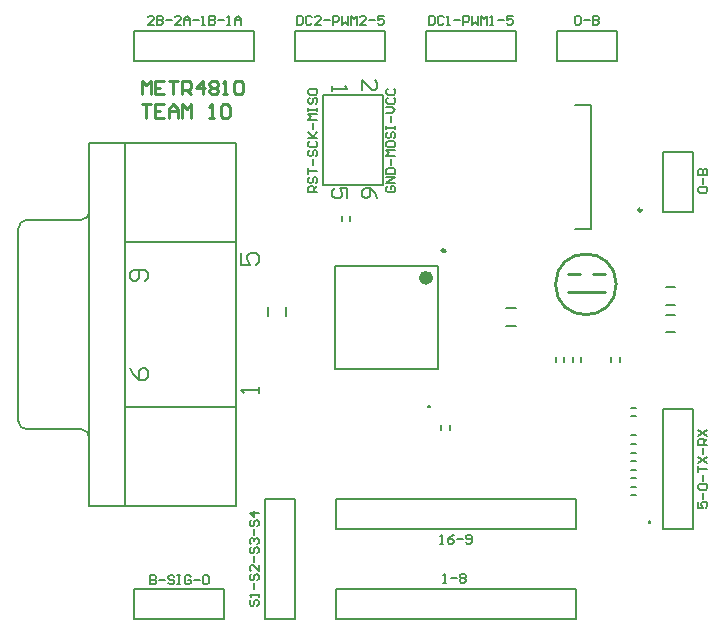
<source format=gto>
%FSDAX24Y24*%
%MOIN*%
%SFA1B1*%

%IPPOS*%
%ADD22C,0.010000*%
%ADD32C,0.023600*%
%ADD33C,0.009800*%
%ADD34C,0.007900*%
%ADD35C,0.005000*%
%ADD36C,0.008000*%
%ADD37C,0.005900*%
%LNmetr4810_pcb_c_layout-1*%
%LPD*%
G54D22*
X018062Y010200D02*
D01*
D01*
G75*
G03X016038I-1012J0D01*
G74*G01*
D01*
G75*
G03X018062I1012J0D01*
G74*G01*
X016450Y009950D02*
X017700D01*
X017300Y010550D02*
X017700D01*
X016450D02*
X016850D01*
X002250Y016530D02*
Y016980D01*
X002400Y016830*
X002550Y016980*
Y016530*
X003000Y016980D02*
X002700D01*
Y016530*
X003000*
X002700Y016755D02*
X002850D01*
X003150Y016980D02*
X003450D01*
X003300*
Y016530*
X003600D02*
Y016980D01*
X003824*
X003899Y016905*
Y016755*
X003824Y016680*
X003600*
X003750D02*
X003899Y016530D01*
X004274D02*
Y016980D01*
X004049Y016755*
X004349*
X004499Y016905D02*
X004574Y016980D01*
X004724*
X004799Y016905*
Y016830*
X004724Y016755*
X004799Y016680*
Y016605*
X004724Y016530*
X004574*
X004499Y016605*
Y016680*
X004574Y016755*
X004499Y016830*
Y016905*
X004574Y016755D02*
X004724D01*
X004949Y016530D02*
X005099D01*
X005024*
Y016980*
X004949Y016905*
X005324D02*
X005399Y016980D01*
X005549*
X005624Y016905*
Y016605*
X005549Y016530*
X005399*
X005324Y016605*
Y016905*
X002250Y016200D02*
X002550D01*
X002400*
Y015750*
X003000Y016200D02*
X002700D01*
Y015750*
X003000*
X002700Y015975D02*
X002850D01*
X003150Y015750D02*
Y016050D01*
X003300Y016200*
X003450Y016050*
Y015750*
Y015975*
X003150*
X003600Y015750D02*
Y016200D01*
X003750Y016050*
X003899Y016200*
Y015750*
X004499D02*
X004649D01*
X004574*
Y016200*
X004499Y016125*
X004874D02*
X004949Y016200D01*
X005099*
X005174Y016125*
Y015825*
X005099Y015750*
X004949*
X004874Y015825*
Y016125*
G54D32*
X011837Y010419D02*
D01*
D01*
G75*
G03X011601I-118J0D01*
G74*G01*
D01*
G75*
G03X011837I118J0D01*
G74*G01*
G54D33*
X012349Y011324D02*
D01*
D01*
G75*
G03X012251I-49J0D01*
G74*G01*
D01*
G75*
G03X012349I49J0D01*
G74*G01*
X018899Y012677D02*
D01*
D01*
G75*
G03X018801I-49J0D01*
G74*G01*
D01*
G75*
G03X018899I49J0D01*
G74*G01*
G54D34*
X000498Y005094D02*
D01*
D01*
G75*
G03X000224Y005368I-274J0D01*
G74*G01*
X-001863Y005644D02*
D01*
D01*
G75*
G03X-001589Y005370I274J0D01*
G74*G01*
X000224Y012348D02*
D01*
D01*
G75*
G03X000498Y012622I0J274D01*
G74*G01*
X-001589Y012346D02*
D01*
D01*
G75*
G03X-001863Y012073I0J-274D01*
G74*G01*
X008300Y013500D02*
X010300D01*
X008300Y016500D02*
X010300D01*
Y013500D02*
Y016500D01*
X008300Y013500D02*
Y016500D01*
Y013500D02*
Y015417D01*
X008687Y007387D02*
Y010813D01*
X012113Y007387D02*
Y010813D01*
X008687Y007387D02*
X012113D01*
X008687Y010813D02*
X012113D01*
X018552Y004019D02*
X018709D01*
X018552Y003744D02*
X018709D01*
X006000Y017661D02*
Y018661D01*
X002000Y017661D02*
X006000D01*
X002000Y018661D02*
X006000D01*
X002000Y017661D02*
Y018661D01*
X018552Y004316D02*
X018709D01*
X018552Y004592D02*
X018709D01*
X012235Y005349D02*
Y005507D01*
X012511Y005349D02*
Y005507D01*
X018552Y006088D02*
X018709D01*
X018552Y005812D02*
X018709D01*
X018552Y003171D02*
X018709D01*
X018552Y003447D02*
X018709D01*
X018552Y005164D02*
X018709D01*
X018552Y004889D02*
X018709D01*
X011715Y018661D02*
X014715D01*
X011715Y017661D02*
Y018661D01*
Y017661D02*
X014715D01*
Y018661*
X007358D02*
X010358D01*
X007358Y017661D02*
Y018661D01*
Y017661D02*
X010358D01*
Y018661*
X006358Y-000945D02*
X007358D01*
X006358D02*
Y003055D01*
X007358Y-000945D02*
Y003055D01*
X006358D02*
X007358D01*
X009181Y012316D02*
Y012473D01*
X008905Y012316D02*
Y012473D01*
X016073Y017661D02*
Y018661D01*
X018073*
Y017661D02*
Y018661D01*
X016073Y017661D02*
X018073D01*
X016715Y002055D02*
Y003055D01*
X008715Y002055D02*
X016715D01*
X008715D02*
Y003055D01*
X016715*
Y-000945D02*
Y000055D01*
X008715Y-000945D02*
X016715D01*
X008715D02*
Y000055D01*
X016715*
X002000Y-000945D02*
X005000D01*
Y000055*
X002000D02*
X005000D01*
X002000Y-000945D02*
Y000055D01*
X019630Y002055D02*
X020630D01*
X019630D02*
Y006055D01*
X020630Y002055D02*
Y006055D01*
X019630D02*
X020630D01*
X016685Y012033D02*
X017236D01*
Y016167*
X016685D02*
X017236D01*
X016324Y007621D02*
Y007779D01*
X016048Y007621D02*
Y007779D01*
X019630Y012600D02*
Y014600D01*
Y012600D02*
X020630D01*
Y014600*
X019630D02*
X020630D01*
X018179Y007621D02*
Y007779D01*
X017904Y007621D02*
Y007779D01*
X006455Y009143D02*
Y009457D01*
X007045Y009143D02*
Y009457D01*
X014393Y009395D02*
X014707D01*
X014393Y008805D02*
X014707D01*
X019705Y009192D02*
X020020D01*
X019705Y008601D02*
X020020D01*
X019705Y010095D02*
X020020D01*
X019705Y009505D02*
X020020D01*
X001681Y002795D02*
Y014921D01*
X000500D02*
X005382D01*
X000500Y002795D02*
X005382D01*
X-001863Y005644D02*
Y012073D01*
X005382Y002795D02*
Y014921D01*
X001681Y011614D02*
X005382D01*
X000500Y002795D02*
Y014921D01*
X001681Y006102D02*
X005382D01*
X-001587Y005368D02*
X000224D01*
X-001587Y012348D02*
X000224D01*
X016621Y007621D02*
Y007779D01*
X016896Y007621D02*
Y007779D01*
G54D35*
X019150Y002250D02*
Y002300D01*
X019200*
Y002250*
X019150*
X011800Y006100D02*
Y006150D01*
X011850*
Y006100*
X011800*
X012300Y000250D02*
X012400D01*
X012350*
Y000550*
X012300Y000500*
X012550Y000400D02*
X012750D01*
X012850Y000500D02*
X012900Y000550D01*
X013000*
X013050Y000500*
Y000450*
X013000Y000400*
X013050Y000350*
Y000300*
X013000Y000250*
X012900*
X012850Y000300*
Y000350*
X012900Y000400*
X012850Y000450*
Y000500*
X012900Y000400D02*
X013000D01*
X012200Y001550D02*
X012300D01*
X012250*
Y001850*
X012200Y001800*
X012650Y001850D02*
X012550Y001800D01*
X012450Y001700*
Y001600*
X012500Y001550*
X012600*
X012650Y001600*
Y001650*
X012600Y001700*
X012450*
X012750D02*
X012950D01*
X013050Y001600D02*
X013100Y001550D01*
X013200*
X013250Y001600*
Y001800*
X013200Y001850*
X013100*
X013050Y001800*
Y001750*
X013100Y001700*
X013250*
X020800Y002955D02*
Y002756D01*
X020950*
X020900Y002856*
Y002905*
X020950Y002955*
X021050*
X021100Y002905*
Y002806*
X021050Y002756*
X020950Y003055D02*
Y003255D01*
X020850Y003355D02*
X020800Y003405D01*
Y003505*
X020850Y003555*
X021050*
X021100Y003505*
Y003405*
X021050Y003355*
X020850*
X020950Y003655D02*
Y003855D01*
X020800Y003955D02*
Y004155D01*
Y004055*
X021100*
X020800Y004255D02*
X021100Y004455D01*
X020800D02*
X021100Y004255D01*
X020950Y004555D02*
Y004755D01*
X021100Y004855D02*
X020800D01*
Y005005*
X020850Y005055*
X020950*
X021000Y005005*
Y004855*
Y004955D02*
X021100Y005055D01*
X020800Y005155D02*
X021100Y005355D01*
X020800D02*
X021100Y005155D01*
X010450Y013475D02*
X010400Y013426D01*
Y013326*
X010450Y013276*
X010650*
X010700Y013326*
Y013426*
X010650Y013475*
X010550*
Y013376*
X010700Y013575D02*
X010400D01*
X010700Y013775*
X010400*
Y013875D02*
X010700D01*
Y014025*
X010650Y014075*
X010450*
X010400Y014025*
Y013875*
X010550Y014175D02*
Y014375D01*
X010700Y014475D02*
X010400D01*
X010500Y014575*
X010400Y014675*
X010700*
X010400Y014925D02*
Y014825D01*
X010450Y014775*
X010650*
X010700Y014825*
Y014925*
X010650Y014975*
X010450*
X010400Y014925*
X010450Y015275D02*
X010400Y015225D01*
Y015125*
X010450Y015075*
X010500*
X010550Y015125*
Y015225*
X010600Y015275*
X010650*
X010700Y015225*
Y015125*
X010650Y015075*
X010400Y015375D02*
Y015475D01*
Y015425*
X010700*
Y015375*
Y015475*
X010550Y015625D02*
Y015825D01*
X010400Y015925D02*
X010600D01*
X010700Y016025*
X010600Y016125*
X010400*
X010450Y016425D02*
X010400Y016375D01*
Y016275*
X010450Y016225*
X010650*
X010700Y016275*
Y016375*
X010650Y016425*
X010450Y016724D02*
X010400Y016674D01*
Y016574*
X010450Y016525*
X010650*
X010700Y016574*
Y016674*
X010650Y016724*
X008100Y013276D02*
X007800D01*
Y013426*
X007850Y013475*
X007950*
X008000Y013426*
Y013276*
Y013376D02*
X008100Y013475D01*
X007850Y013775D02*
X007800Y013725D01*
Y013625*
X007850Y013575*
X007900*
X007950Y013625*
Y013725*
X008000Y013775*
X008050*
X008100Y013725*
Y013625*
X008050Y013575*
X007800Y013875D02*
Y014075D01*
Y013975*
X008100*
X007950Y014175D02*
Y014375D01*
X007850Y014675D02*
X007800Y014625D01*
Y014525*
X007850Y014475*
X007900*
X007950Y014525*
Y014625*
X008000Y014675*
X008050*
X008100Y014625*
Y014525*
X008050Y014475*
X007850Y014975D02*
X007800Y014925D01*
Y014825*
X007850Y014775*
X008050*
X008100Y014825*
Y014925*
X008050Y014975*
X007800Y015075D02*
X008100D01*
X008000*
X007800Y015275*
X007950Y015125*
X008100Y015275*
X007950Y015375D02*
Y015575D01*
X008100Y015675D02*
X007800D01*
X007900Y015775*
X007800Y015875*
X008100*
X007800Y015975D02*
Y016075D01*
Y016025*
X008100*
Y015975*
Y016075*
X007850Y016425D02*
X007800Y016375D01*
Y016275*
X007850Y016225*
X007900*
X007950Y016275*
Y016375*
X008000Y016425*
X008050*
X008100Y016375*
Y016275*
X008050Y016225*
X007800Y016674D02*
Y016574D01*
X007850Y016525*
X008050*
X008100Y016574*
Y016674*
X008050Y016724*
X007850*
X007800Y016674*
X016673Y019100D02*
X016723Y019150D01*
X016823*
X016873Y019100*
Y018900*
X016823Y018850*
X016723*
X016673Y018900*
Y019100*
X016973Y019000D02*
X017173D01*
X017273Y019150D02*
Y018850D01*
X017423*
X017473Y018900*
Y018950*
X017423Y019000*
X017273*
X017423*
X017473Y019050*
Y019100*
X017423Y019150*
X017273*
X011816D02*
Y018850D01*
X011966*
X012016Y018900*
Y019100*
X011966Y019150*
X011816*
X012316Y019100D02*
X012266Y019150D01*
X012166*
X012116Y019100*
Y018900*
X012166Y018850*
X012266*
X012316Y018900*
X012416Y018850D02*
X012516D01*
X012466*
Y019150*
X012416Y019100*
X012666Y019000D02*
X012865D01*
X012965Y018850D02*
Y019150D01*
X013115*
X013165Y019100*
Y019000*
X013115Y018950*
X012965*
X013265Y019150D02*
Y018850D01*
X013365Y018950*
X013465Y018850*
Y019150*
X013565Y018850D02*
Y019150D01*
X013665Y019050*
X013765Y019150*
Y018850*
X013865D02*
X013965D01*
X013915*
Y019150*
X013865Y019100*
X014115Y019000D02*
X014315D01*
X014615Y019150D02*
X014415D01*
Y019000*
X014515Y019050*
X014565*
X014615Y019000*
Y018900*
X014565Y018850*
X014465*
X014415Y018900*
X007408Y019150D02*
Y018850D01*
X007558*
X007608Y018900*
Y019100*
X007558Y019150*
X007408*
X007908Y019100D02*
X007858Y019150D01*
X007758*
X007708Y019100*
Y018900*
X007758Y018850*
X007858*
X007908Y018900*
X008208Y018850D02*
X008008D01*
X008208Y019050*
Y019100*
X008158Y019150*
X008058*
X008008Y019100*
X008308Y019000D02*
X008508D01*
X008608Y018850D02*
Y019150D01*
X008758*
X008808Y019100*
Y019000*
X008758Y018950*
X008608*
X008908Y019150D02*
Y018850D01*
X009008Y018950*
X009108Y018850*
Y019150*
X009208Y018850D02*
Y019150D01*
X009308Y019050*
X009408Y019150*
Y018850*
X009707D02*
X009507D01*
X009707Y019050*
Y019100*
X009657Y019150*
X009557*
X009507Y019100*
X009807Y019000D02*
X010007D01*
X010307Y019150D02*
X010107D01*
Y019000*
X010207Y019050*
X010257*
X010307Y019000*
Y018900*
X010257Y018850*
X010157*
X010107Y018900*
X002650Y018850D02*
X002450D01*
X002650Y019050*
Y019100*
X002600Y019150*
X002500*
X002450Y019100*
X002750Y019150D02*
Y018850D01*
X002900*
X002950Y018900*
Y018950*
X002900Y019000*
X002750*
X002900*
X002950Y019050*
Y019100*
X002900Y019150*
X002750*
X003050Y019000D02*
X003250D01*
X003550Y018850D02*
X003350D01*
X003550Y019050*
Y019100*
X003500Y019150*
X003400*
X003350Y019100*
X003650Y018850D02*
Y019050D01*
X003750Y019150*
X003850Y019050*
Y018850*
Y019000*
X003650*
X003950D02*
X004150D01*
X004250Y018850D02*
X004350D01*
X004300*
Y019150*
X004250Y019100*
X004500Y019150D02*
Y018850D01*
X004650*
X004700Y018900*
Y018950*
X004650Y019000*
X004500*
X004650*
X004700Y019050*
Y019100*
X004650Y019150*
X004500*
X004800Y019000D02*
X005000D01*
X005100Y018850D02*
X005200D01*
X005150*
Y019150*
X005100Y019100*
X005350Y018850D02*
Y019050D01*
X005450Y019150*
X005549Y019050*
Y018850*
Y019000*
X005350*
X002525Y000500D02*
Y000200D01*
X002675*
X002725Y000250*
Y000300*
X002675Y000350*
X002525*
X002675*
X002725Y000400*
Y000450*
X002675Y000500*
X002525*
X002825Y000350D02*
X003025D01*
X003325Y000450D02*
X003275Y000500D01*
X003175*
X003125Y000450*
Y000400*
X003175Y000350*
X003275*
X003325Y000300*
Y000250*
X003275Y000200*
X003175*
X003125Y000250*
X003425Y000500D02*
X003525D01*
X003475*
Y000200*
X003425*
X003525*
X003875Y000450D02*
X003825Y000500D01*
X003725*
X003675Y000450*
Y000250*
X003725Y000200*
X003825*
X003875Y000250*
Y000350*
X003775*
X003975D02*
X004175D01*
X004275Y000450D02*
X004325Y000500D01*
X004425*
X004475Y000450*
Y000250*
X004425Y000200*
X004325*
X004275Y000250*
Y000450*
X005900Y-000319D02*
X005850Y-000369D01*
Y-000469*
X005900Y-000519*
X005950*
X006000Y-000469*
Y-000369*
X006050Y-000319*
X006100*
X006150Y-000369*
Y-000469*
X006100Y-000519*
X006150Y-000219D02*
Y-000120D01*
Y-000169*
X005850*
X005900Y-000219*
X006000Y000030D02*
Y000230D01*
X005900Y000530D02*
X005850Y000480D01*
Y000380*
X005900Y000330*
X005950*
X006000Y000380*
Y000480*
X006050Y000530*
X006100*
X006150Y000480*
Y000380*
X006100Y000330*
X006150Y000830D02*
Y000630D01*
X005950Y000830*
X005900*
X005850Y000780*
Y000680*
X005900Y000630*
X006000Y000930D02*
Y001130D01*
X005900Y001430D02*
X005850Y001380D01*
Y001280*
X005900Y001230*
X005950*
X006000Y001280*
Y001380*
X006050Y001430*
X006100*
X006150Y001380*
Y001280*
X006100Y001230*
X005900Y001530D02*
X005850Y001580D01*
Y001680*
X005900Y001730*
X005950*
X006000Y001680*
Y001630*
Y001680*
X006050Y001730*
X006100*
X006150Y001680*
Y001580*
X006100Y001530*
X006000Y001830D02*
Y002030D01*
X005900Y002330D02*
X005850Y002280D01*
Y002180*
X005900Y002130*
X005950*
X006000Y002180*
Y002280*
X006050Y002330*
X006100*
X006150Y002280*
Y002180*
X006100Y002130*
X006150Y002580D02*
X005850D01*
X006000Y002430*
Y002630*
X020850Y013250D02*
X020800Y013300D01*
Y013400*
X020850Y013450*
X021050*
X021100Y013400*
Y013300*
X021050Y013250*
X020850*
X020950Y013550D02*
Y013750D01*
X020800Y013850D02*
X021100D01*
Y014000*
X021050Y014050*
X021000*
X020950Y014000*
Y013850*
Y014000*
X020900Y014050*
X020850*
X020800Y014000*
Y013850*
G54D36*
X010100Y013067D02*
X010017Y013233D01*
X009850Y013400*
X009683*
X009600Y013317*
Y013150*
X009683Y013067*
X009767*
X009850Y013150*
Y013400*
X009100Y013067D02*
Y013400D01*
X008850*
X008933Y013233*
Y013150*
X008850Y013067*
X008683*
X008600Y013150*
Y013317*
X008683Y013400*
X009600Y016667D02*
Y017000D01*
X009933Y016667*
X010017*
X010100Y016750*
Y016917*
X010017Y017000*
X008600Y016800D02*
Y016633D01*
Y016717*
X009100*
X009017Y016800*
G54D37*
X006159Y006579D02*
Y006776D01*
Y006677*
X005569*
X005667Y006579*
X005569Y011236D02*
Y010843D01*
X005864*
X005766Y011039*
Y011138*
X005864Y011236*
X006061*
X006159Y011138*
Y010941*
X006061Y010843*
X002360Y010297D02*
X002458Y010396D01*
Y010592*
X002360Y010691*
X001966*
X001868Y010592*
Y010396*
X001966Y010297*
X002065*
X002163Y010396*
Y010691*
X001868Y007419D02*
X001966Y007222D01*
X002163Y007026*
X002360*
X002458Y007124*
Y007321*
X002360Y007419*
X002262*
X002163Y007321*
Y007026*
M02*
</source>
